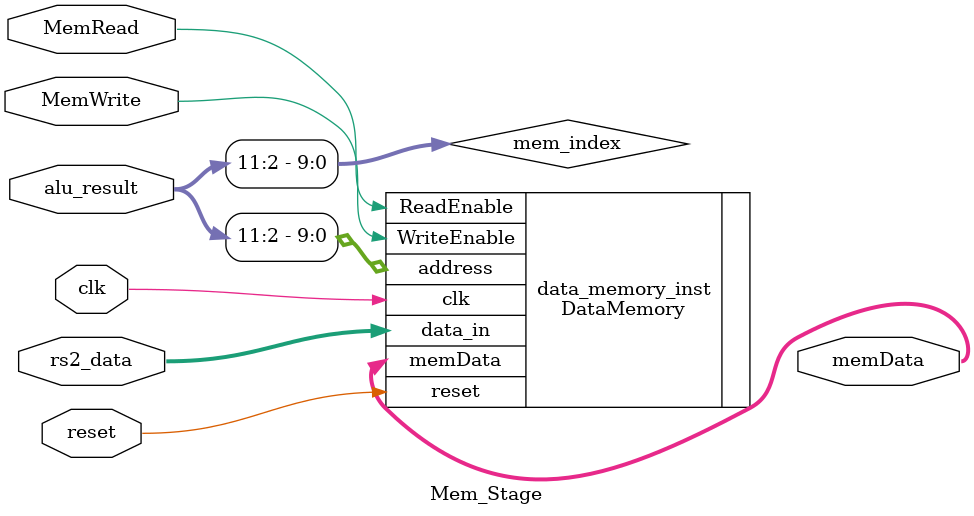
<source format=v>
module Mem_Stage (
   input clk,
   input reset,
   input [31:0] alu_result, // Address to read/write from/to
   input [31:0] rs2_data,   // Data to write to memory

    //signals from the control unit 
    input MemRead,
    input MemWrite,

    //signals to WB stage
    output wire [31:0] memData,
) ;
    
    wire [9:0] mem_index ; // Memory address is 10 bits (1024 words of 32 bits each)
    assign mem_index = alu_result[11:2];

DataMemory data_memory_inst (
    .clk(clk),
    .reset(reset),
    .address(mem_index),
    .data_in(rs2_data),
    .ReadEnable(MemRead),
    .WriteEnable(MemWrite),
    .memData(memData)
);

endmodule
</source>
